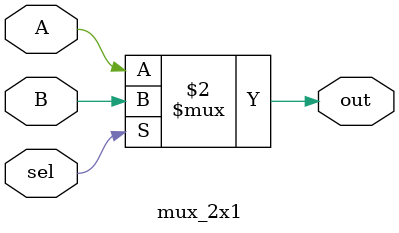
<source format=v>
module mux_2x1(input A,B,sel,output out);



/* Using Gates
wire w[1:0];
assign w[0] = B && sel;
assign w[1] = A && ~sel;

assign out = w[0] || w[1];
*/

assign out = (sel == 0)? A:B;

endmodule
</source>
